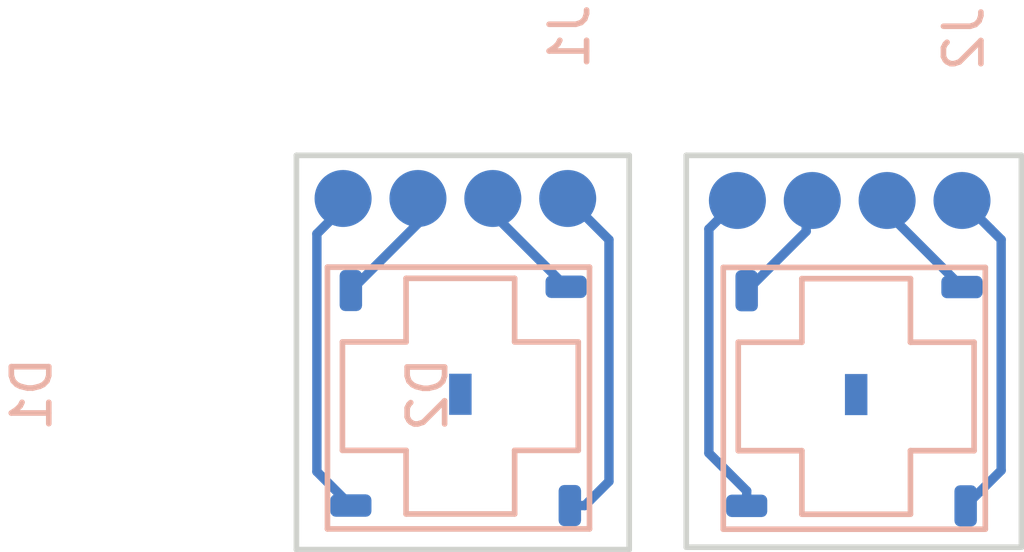
<source format=kicad_pcb>
(kicad_pcb (version 20171130) (host pcbnew 5.1.8+dfsg1-1~bpo10+1)

  (general
    (thickness 1.6)
    (drawings 8)
    (tracks 25)
    (zones 0)
    (modules 4)
    (nets 9)
  )

  (page A4 portrait)
  (layers
    (0 F.Cu signal)
    (31 B.Cu signal)
    (32 B.Adhes user)
    (33 F.Adhes user)
    (34 B.Paste user)
    (35 F.Paste user)
    (36 B.SilkS user)
    (37 F.SilkS user)
    (38 B.Mask user)
    (39 F.Mask user hide)
    (40 Dwgs.User user)
    (41 Cmts.User user)
    (42 Eco1.User user)
    (43 Eco2.User user)
    (44 Edge.Cuts user)
    (45 Margin user hide)
    (46 B.CrtYd user)
    (47 F.CrtYd user)
    (48 B.Fab user hide)
    (49 F.Fab user)
  )

  (setup
    (last_trace_width 0.25)
    (trace_clearance 0.2)
    (zone_clearance 0.508)
    (zone_45_only no)
    (trace_min 0.2)
    (via_size 0.8)
    (via_drill 0.4)
    (via_min_size 0.4)
    (via_min_drill 0.3)
    (uvia_size 0.3)
    (uvia_drill 0.1)
    (uvias_allowed no)
    (uvia_min_size 0.2)
    (uvia_min_drill 0.1)
    (edge_width 0.15)
    (segment_width 0.2)
    (pcb_text_width 0.3)
    (pcb_text_size 1.5 1.5)
    (mod_edge_width 0.15)
    (mod_text_size 1 1)
    (mod_text_width 0.15)
    (pad_size 1.524 1.524)
    (pad_drill 0.762)
    (pad_to_mask_clearance 0.051)
    (solder_mask_min_width 0.25)
    (aux_axis_origin 0 0)
    (visible_elements FFFFFF7F)
    (pcbplotparams
      (layerselection 0x010fc_ffffffff)
      (usegerberextensions false)
      (usegerberattributes false)
      (usegerberadvancedattributes false)
      (creategerberjobfile false)
      (excludeedgelayer true)
      (linewidth 0.100000)
      (plotframeref false)
      (viasonmask false)
      (mode 1)
      (useauxorigin false)
      (hpglpennumber 1)
      (hpglpenspeed 20)
      (hpglpendiameter 15.000000)
      (psnegative false)
      (psa4output false)
      (plotreference true)
      (plotvalue true)
      (plotinvisibletext false)
      (padsonsilk false)
      (subtractmaskfromsilk false)
      (outputformat 1)
      (mirror false)
      (drillshape 1)
      (scaleselection 1)
      (outputdirectory ""))
  )

  (net 0 "")
  (net 1 "Net-(D1-Pad1)")
  (net 2 "Net-(D1-Pad2)")
  (net 3 "Net-(D1-Pad3)")
  (net 4 "Net-(D1-Pad4)")
  (net 5 "Net-(D2-Pad4)")
  (net 6 "Net-(D2-Pad3)")
  (net 7 "Net-(D2-Pad2)")
  (net 8 "Net-(D2-Pad1)")

  (net_class Default "Это класс цепей по умолчанию."
    (clearance 0.2)
    (trace_width 0.25)
    (via_dia 0.8)
    (via_drill 0.4)
    (uvia_dia 0.3)
    (uvia_drill 0.1)
    (add_net "Net-(D1-Pad1)")
    (add_net "Net-(D1-Pad2)")
    (add_net "Net-(D1-Pad3)")
    (add_net "Net-(D1-Pad4)")
    (add_net "Net-(D2-Pad1)")
    (add_net "Net-(D2-Pad2)")
    (add_net "Net-(D2-Pad3)")
    (add_net "Net-(D2-Pad4)")
  )

  (module My-library:FC-60035 (layer B.Cu) (tedit 5F4405C2) (tstamp 5F454F88)
    (at 23.74646 54.3179 90)
    (path /5F454BB1)
    (attr smd)
    (fp_text reference D1 (at 0.05 -11.45 90) (layer B.SilkS)
      (effects (font (size 1 1) (thickness 0.15)) (justify mirror))
    )
    (fp_text value FC-60035 (at -0.1 14.35 90) (layer B.Fab)
      (effects (font (size 1 1) (thickness 0.15)) (justify mirror))
    )
    (fp_line (start -1.45 1.45) (end -3.15 1.45) (layer B.SilkS) (width 0.15))
    (fp_line (start -1.45 3.15) (end -1.45 1.45) (layer B.SilkS) (width 0.15))
    (fp_line (start 1.45 3.15) (end -1.45 3.15) (layer B.SilkS) (width 0.15))
    (fp_line (start 1.45 1.45) (end 1.45 3.15) (layer B.SilkS) (width 0.15))
    (fp_line (start 3.15 1.45) (end 1.45 1.45) (layer B.SilkS) (width 0.15))
    (fp_line (start 3.15 -1.45) (end 3.15 1.45) (layer B.SilkS) (width 0.15))
    (fp_line (start 1.45 -1.45) (end 3.15 -1.45) (layer B.SilkS) (width 0.15))
    (fp_line (start 1.45 -3.15) (end 1.45 -1.45) (layer B.SilkS) (width 0.15))
    (fp_line (start -1.45 -3.15) (end 1.45 -3.15) (layer B.SilkS) (width 0.15))
    (fp_line (start -1.45 -1.45) (end -1.45 -3.15) (layer B.SilkS) (width 0.15))
    (fp_line (start -3.15 -1.45) (end -1.45 -1.45) (layer B.SilkS) (width 0.15))
    (fp_line (start -3.15 1.45) (end -3.15 -1.45) (layer B.SilkS) (width 0.15))
    (fp_line (start -3.55 3.45) (end 3.45 3.45) (layer B.SilkS) (width 0.15))
    (fp_line (start -3.55 -3.55) (end -3.55 3.45) (layer B.SilkS) (width 0.15))
    (fp_line (start 3.45 -3.55) (end -3.55 -3.55) (layer B.SilkS) (width 0.15))
    (fp_line (start 3.45 3.45) (end 3.45 -3.55) (layer B.SilkS) (width 0.15))
    (pad 1 smd roundrect (at -2.925 -2.925 90) (size 0.6 1.1) (layers B.Cu B.Paste B.Mask) (roundrect_rratio 0.25)
      (net 1 "Net-(D1-Pad1)"))
    (pad 2 smd roundrect (at 2.825 -2.925 90) (size 1.1 0.6) (layers B.Cu B.Paste B.Mask) (roundrect_rratio 0.25)
      (net 2 "Net-(D1-Pad2)"))
    (pad 3 smd roundrect (at 2.925 2.825 90) (size 0.6 1.1) (layers B.Cu B.Paste B.Mask) (roundrect_rratio 0.25)
      (net 3 "Net-(D1-Pad3)"))
    (pad 4 smd roundrect (at -2.925 2.925 90) (size 1.1 0.6) (layers B.Cu B.Paste B.Mask) (roundrect_rratio 0.25)
      (net 4 "Net-(D1-Pad4)"))
    (pad 5 smd custom (at 0.05 0 90) (size 1.1 0.6) (layers B.Cu B.Paste B.Mask)
      (zone_connect 0)
      (options (clearance outline) (anchor rect))
      (primitives
      ))
  )

  (module My-library:FC-60035 (layer B.Cu) (tedit 5F4405C2) (tstamp 5F454FA1)
    (at 34.32048 54.32552 90)
    (path /5F454BFB)
    (attr smd)
    (fp_text reference D2 (at 0.05 -11.45 90) (layer B.SilkS)
      (effects (font (size 1 1) (thickness 0.15)) (justify mirror))
    )
    (fp_text value FC-60035 (at -0.1 14.35 90) (layer B.Fab)
      (effects (font (size 1 1) (thickness 0.15)) (justify mirror))
    )
    (fp_line (start 3.45 3.45) (end 3.45 -3.55) (layer B.SilkS) (width 0.15))
    (fp_line (start 3.45 -3.55) (end -3.55 -3.55) (layer B.SilkS) (width 0.15))
    (fp_line (start -3.55 -3.55) (end -3.55 3.45) (layer B.SilkS) (width 0.15))
    (fp_line (start -3.55 3.45) (end 3.45 3.45) (layer B.SilkS) (width 0.15))
    (fp_line (start -3.15 1.45) (end -3.15 -1.45) (layer B.SilkS) (width 0.15))
    (fp_line (start -3.15 -1.45) (end -1.45 -1.45) (layer B.SilkS) (width 0.15))
    (fp_line (start -1.45 -1.45) (end -1.45 -3.15) (layer B.SilkS) (width 0.15))
    (fp_line (start -1.45 -3.15) (end 1.45 -3.15) (layer B.SilkS) (width 0.15))
    (fp_line (start 1.45 -3.15) (end 1.45 -1.45) (layer B.SilkS) (width 0.15))
    (fp_line (start 1.45 -1.45) (end 3.15 -1.45) (layer B.SilkS) (width 0.15))
    (fp_line (start 3.15 -1.45) (end 3.15 1.45) (layer B.SilkS) (width 0.15))
    (fp_line (start 3.15 1.45) (end 1.45 1.45) (layer B.SilkS) (width 0.15))
    (fp_line (start 1.45 1.45) (end 1.45 3.15) (layer B.SilkS) (width 0.15))
    (fp_line (start 1.45 3.15) (end -1.45 3.15) (layer B.SilkS) (width 0.15))
    (fp_line (start -1.45 3.15) (end -1.45 1.45) (layer B.SilkS) (width 0.15))
    (fp_line (start -1.45 1.45) (end -3.15 1.45) (layer B.SilkS) (width 0.15))
    (pad 5 smd custom (at 0.05 0 90) (size 1.1 0.6) (layers B.Cu B.Paste B.Mask)
      (zone_connect 0)
      (options (clearance outline) (anchor rect))
      (primitives
      ))
    (pad 4 smd roundrect (at -2.925 2.925 90) (size 1.1 0.6) (layers B.Cu B.Paste B.Mask) (roundrect_rratio 0.25)
      (net 5 "Net-(D2-Pad4)"))
    (pad 3 smd roundrect (at 2.925 2.825 90) (size 0.6 1.1) (layers B.Cu B.Paste B.Mask) (roundrect_rratio 0.25)
      (net 6 "Net-(D2-Pad3)"))
    (pad 2 smd roundrect (at 2.825 -2.925 90) (size 1.1 0.6) (layers B.Cu B.Paste B.Mask) (roundrect_rratio 0.25)
      (net 7 "Net-(D2-Pad2)"))
    (pad 1 smd roundrect (at -2.925 -2.925 90) (size 0.6 1.1) (layers B.Cu B.Paste B.Mask) (roundrect_rratio 0.25)
      (net 8 "Net-(D2-Pad1)"))
  )

  (module My-library:CON4 (layer B.Cu) (tedit 5F454EA7) (tstamp 5F454FA9)
    (at 23.61362 49.03216 270)
    (path /5F454FCD)
    (fp_text reference J1 (at -4.325 -3.05 270) (layer B.SilkS)
      (effects (font (size 1 1) (thickness 0.15)) (justify mirror))
    )
    (fp_text value CON4 (at -5.325 1.9 270) (layer B.Fab)
      (effects (font (size 1 1) (thickness 0.15)) (justify mirror))
    )
    (pad 1 smd circle (at 0 3 270) (size 1.524 1.524) (layers B.Cu B.Paste B.Mask)
      (net 1 "Net-(D1-Pad1)"))
    (pad 2 smd circle (at 0 1 270) (size 1.524 1.524) (layers B.Cu B.Paste B.Mask)
      (net 2 "Net-(D1-Pad2)"))
    (pad 3 smd circle (at 0 -1 270) (size 1.524 1.524) (layers B.Cu B.Paste B.Mask)
      (net 3 "Net-(D1-Pad3)"))
    (pad 4 smd circle (at 0 -3 270) (size 1.524 1.524) (layers B.Cu B.Paste B.Mask)
      (net 4 "Net-(D1-Pad4)"))
  )

  (module My-library:CON4 (layer B.Cu) (tedit 5F454EA7) (tstamp 5F454FB1)
    (at 34.1475 49.0855 270)
    (path /5F4550E3)
    (fp_text reference J2 (at -4.325 -3.05 270) (layer B.SilkS)
      (effects (font (size 1 1) (thickness 0.15)) (justify mirror))
    )
    (fp_text value CON4 (at -5.325 1.9 270) (layer B.Fab)
      (effects (font (size 1 1) (thickness 0.15)) (justify mirror))
    )
    (pad 4 smd circle (at 0 -3 270) (size 1.524 1.524) (layers B.Cu B.Paste B.Mask)
      (net 5 "Net-(D2-Pad4)"))
    (pad 3 smd circle (at 0 -1 270) (size 1.524 1.524) (layers B.Cu B.Paste B.Mask)
      (net 6 "Net-(D2-Pad3)"))
    (pad 2 smd circle (at 0 1 270) (size 1.524 1.524) (layers B.Cu B.Paste B.Mask)
      (net 7 "Net-(D2-Pad2)"))
    (pad 1 smd circle (at 0 3 270) (size 1.524 1.524) (layers B.Cu B.Paste B.Mask)
      (net 8 "Net-(D2-Pad1)"))
  )

  (gr_line (start 19.3675 58.42) (end 19.3675 47.879) (layer Edge.Cuts) (width 0.15) (tstamp 60574C73))
  (gr_line (start 28.2575 58.42) (end 19.3675 58.42) (layer Edge.Cuts) (width 0.15))
  (gr_line (start 28.2575 47.879) (end 28.2575 58.42) (layer Edge.Cuts) (width 0.15))
  (gr_line (start 19.3675 47.879) (end 28.2575 47.879) (layer Edge.Cuts) (width 0.15))
  (gr_line (start 29.7815 58.3565) (end 29.7815 47.879) (layer Edge.Cuts) (width 0.15))
  (gr_line (start 38.735 58.3565) (end 29.7815 58.3565) (layer Edge.Cuts) (width 0.15))
  (gr_line (start 38.735 47.879) (end 38.735 58.3565) (layer Edge.Cuts) (width 0.15))
  (gr_line (start 29.7815 47.879) (end 38.735 47.879) (layer Edge.Cuts) (width 0.15))

  (segment (start 20.82146 57.2429) (end 19.9136 56.33504) (width 0.25) (layer B.Cu) (net 1))
  (segment (start 19.9136 56.33504) (end 19.9136 49.97704) (width 0.25) (layer B.Cu) (net 1))
  (segment (start 20.61362 49.27702) (end 20.61362 49.03216) (width 0.25) (layer B.Cu) (net 1))
  (segment (start 19.9136 49.97704) (end 20.61362 49.27702) (width 0.25) (layer B.Cu) (net 1))
  (segment (start 22.61362 49.70074) (end 22.61362 49.03216) (width 0.25) (layer B.Cu) (net 2))
  (segment (start 20.82146 51.4929) (end 22.61362 49.70074) (width 0.25) (layer B.Cu) (net 2))
  (segment (start 24.61362 49.43506) (end 24.61362 49.03216) (width 0.25) (layer B.Cu) (net 3))
  (segment (start 26.57146 51.3929) (end 24.61362 49.43506) (width 0.25) (layer B.Cu) (net 3))
  (segment (start 27.07146 57.2429) (end 27.71648 56.59788) (width 0.25) (layer B.Cu) (net 4))
  (segment (start 26.67146 57.2429) (end 27.07146 57.2429) (width 0.25) (layer B.Cu) (net 4))
  (segment (start 27.71648 50.13502) (end 26.61362 49.03216) (width 0.25) (layer B.Cu) (net 4))
  (segment (start 27.71648 56.59788) (end 27.71648 50.13502) (width 0.25) (layer B.Cu) (net 4))
  (segment (start 38.19398 56.30202) (end 38.19398 50.13198) (width 0.25) (layer B.Cu) (net 5))
  (segment (start 37.909499 49.847499) (end 37.1475 49.0855) (width 0.25) (layer B.Cu) (net 5))
  (segment (start 38.19398 50.13198) (end 37.909499 49.847499) (width 0.25) (layer B.Cu) (net 5))
  (segment (start 37.24548 57.25052) (end 38.19398 56.30202) (width 0.25) (layer B.Cu) (net 5))
  (segment (start 35.1475 49.40254) (end 35.1475 49.0855) (width 0.25) (layer B.Cu) (net 6))
  (segment (start 37.14548 51.40052) (end 35.1475 49.40254) (width 0.25) (layer B.Cu) (net 6))
  (segment (start 31.39548 51.50052) (end 32.985 49.911) (width 0.25) (layer B.Cu) (net 7))
  (segment (start 32.985 49.248) (end 33.1475 49.0855) (width 0.25) (layer B.Cu) (net 7))
  (segment (start 32.985 49.911) (end 32.985 49.248) (width 0.25) (layer B.Cu) (net 7))
  (segment (start 30.385501 49.847499) (end 31.1475 49.0855) (width 0.25) (layer B.Cu) (net 8))
  (segment (start 30.385501 55.840541) (end 30.385501 49.847499) (width 0.25) (layer B.Cu) (net 8))
  (segment (start 31.39548 56.85052) (end 30.385501 55.840541) (width 0.25) (layer B.Cu) (net 8))
  (segment (start 31.39548 57.25052) (end 31.39548 56.85052) (width 0.25) (layer B.Cu) (net 8))

)

</source>
